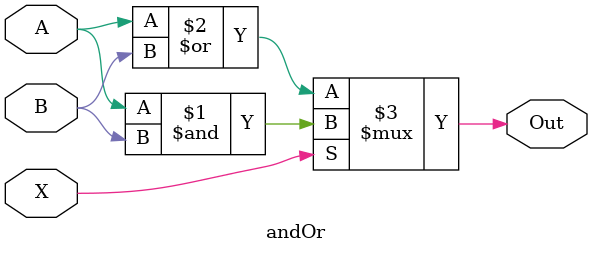
<source format=sv>
module andOr(X, A, B, Out);

input X, A, B;
output Out;

assign Out = X ? (A&B) : (A|B);

endmodule

</source>
